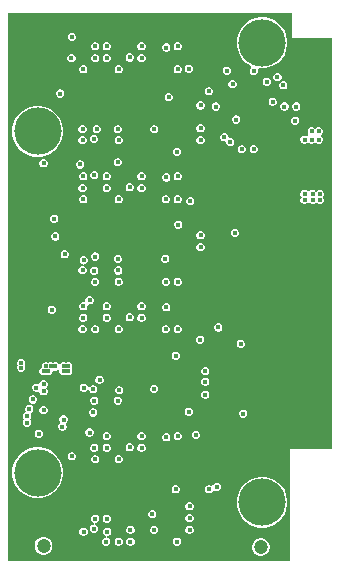
<source format=gbr>
G04*
G04 #@! TF.GenerationSoftware,Altium Limited,Altium Designer,24.9.1 (31)*
G04*
G04 Layer_Physical_Order=2*
G04 Layer_Color=12811406*
%FSLAX44Y44*%
%MOMM*%
G71*
G04*
G04 #@! TF.SameCoordinates,5A5FE6A1-42EB-4B62-8C37-2C097A76047A*
G04*
G04*
G04 #@! TF.FilePolarity,Positive*
G04*
G01*
G75*
%ADD33C,1.2000*%
%ADD34C,4.0000*%
%ADD35C,0.4000*%
G36*
X240000Y443000D02*
X274000D01*
Y95000D01*
X239000D01*
Y0D01*
X0D01*
Y464000D01*
X240000D01*
Y443000D01*
D02*
G37*
%LPC*%
G36*
X54696Y447500D02*
X53304D01*
X52017Y446967D01*
X51033Y445983D01*
X50500Y444696D01*
Y443304D01*
X51033Y442017D01*
X52017Y441033D01*
X53304Y440500D01*
X54696D01*
X55983Y441033D01*
X56967Y442017D01*
X57500Y443304D01*
Y444696D01*
X56967Y445983D01*
X55983Y446967D01*
X54696Y447500D01*
D02*
G37*
G36*
X113696Y439500D02*
X112304D01*
X111017Y438967D01*
X110033Y437983D01*
X109500Y436696D01*
Y435304D01*
X110033Y434017D01*
X111017Y433033D01*
X112304Y432500D01*
X113696D01*
X114983Y433033D01*
X115967Y434017D01*
X116500Y435304D01*
Y436696D01*
X115967Y437983D01*
X114983Y438967D01*
X113696Y439500D01*
D02*
G37*
G36*
X144296Y439500D02*
X142904D01*
X141617Y438967D01*
X140633Y437983D01*
X140100Y436696D01*
Y435304D01*
X140633Y434017D01*
X141617Y433033D01*
X142904Y432500D01*
X144296D01*
X145583Y433033D01*
X146567Y434017D01*
X147100Y435304D01*
Y436696D01*
X146567Y437983D01*
X145583Y438967D01*
X144296Y439500D01*
D02*
G37*
G36*
X84296D02*
X82904D01*
X81617Y438967D01*
X80633Y437983D01*
X80100Y436696D01*
Y435304D01*
X80633Y434017D01*
X81617Y433033D01*
X82904Y432500D01*
X84296D01*
X85583Y433033D01*
X86567Y434017D01*
X87100Y435304D01*
Y436696D01*
X86567Y437983D01*
X85583Y438967D01*
X84296Y439500D01*
D02*
G37*
G36*
X74296D02*
X72904D01*
X71617Y438967D01*
X70633Y437983D01*
X70100Y436696D01*
Y435304D01*
X70633Y434017D01*
X71617Y433033D01*
X72904Y432500D01*
X74296D01*
X75583Y433033D01*
X76567Y434017D01*
X77100Y435304D01*
Y436696D01*
X76567Y437983D01*
X75583Y438967D01*
X74296Y439500D01*
D02*
G37*
G36*
X134696Y438500D02*
X133304D01*
X132017Y437967D01*
X131033Y436983D01*
X130500Y435696D01*
Y434304D01*
X131033Y433017D01*
X132017Y432033D01*
X133304Y431500D01*
X134696D01*
X135983Y432033D01*
X136967Y433017D01*
X137500Y434304D01*
Y435696D01*
X136967Y436983D01*
X135983Y437967D01*
X134696Y438500D01*
D02*
G37*
G36*
X103696Y430100D02*
X102304D01*
X101017Y429567D01*
X100033Y428583D01*
X99500Y427296D01*
Y425904D01*
X100033Y424617D01*
X101017Y423633D01*
X102304Y423100D01*
X103696D01*
X104983Y423633D01*
X105967Y424617D01*
X106500Y425904D01*
Y427296D01*
X105967Y428583D01*
X104983Y429567D01*
X103696Y430100D01*
D02*
G37*
G36*
X113696Y429500D02*
X112304D01*
X111017Y428967D01*
X110033Y427983D01*
X109500Y426696D01*
Y425304D01*
X110033Y424017D01*
X111017Y423033D01*
X112304Y422500D01*
X113696D01*
X114983Y423033D01*
X115967Y424017D01*
X116500Y425304D01*
Y426696D01*
X115967Y427983D01*
X114983Y428967D01*
X113696Y429500D01*
D02*
G37*
G36*
X84296Y429500D02*
X82904D01*
X81617Y428967D01*
X80633Y427983D01*
X80100Y426696D01*
Y425304D01*
X80633Y424017D01*
X81617Y423033D01*
X82904Y422500D01*
X84296D01*
X85583Y423033D01*
X86567Y424017D01*
X87100Y425304D01*
Y426696D01*
X86567Y427983D01*
X85583Y428967D01*
X84296Y429500D01*
D02*
G37*
G36*
X74296D02*
X72904D01*
X71617Y428967D01*
X70633Y427983D01*
X70100Y426696D01*
Y425304D01*
X70633Y424017D01*
X71617Y423033D01*
X72904Y422500D01*
X74296D01*
X75583Y423033D01*
X76567Y424017D01*
X77100Y425304D01*
Y426696D01*
X76567Y427983D01*
X75583Y428967D01*
X74296Y429500D01*
D02*
G37*
G36*
X54296D02*
X52904D01*
X51617Y428967D01*
X50633Y427983D01*
X50100Y426696D01*
Y425304D01*
X50633Y424017D01*
X51617Y423033D01*
X52904Y422500D01*
X54296D01*
X55583Y423033D01*
X56567Y424017D01*
X57100Y425304D01*
Y426696D01*
X56567Y427983D01*
X55583Y428967D01*
X54296Y429500D01*
D02*
G37*
G36*
X217118Y460500D02*
X212882D01*
X208729Y459674D01*
X204816Y458053D01*
X201295Y455700D01*
X198300Y452705D01*
X195947Y449184D01*
X194326Y445271D01*
X193500Y441118D01*
Y436882D01*
X194326Y432729D01*
X195947Y428816D01*
X198300Y425295D01*
X201295Y422300D01*
X204816Y419947D01*
X205847Y419520D01*
X205952Y418564D01*
X205917Y417867D01*
X205033Y416983D01*
X204500Y415696D01*
Y414304D01*
X205033Y413017D01*
X206017Y412033D01*
X207304Y411500D01*
X208696D01*
X209983Y412033D01*
X210967Y413017D01*
X211500Y414304D01*
Y415696D01*
X211252Y416295D01*
X212292Y417617D01*
X212882Y417500D01*
X217118D01*
X221271Y418326D01*
X225184Y419947D01*
X228705Y422300D01*
X231700Y425295D01*
X234053Y428816D01*
X235674Y432729D01*
X236500Y436882D01*
Y441118D01*
X235674Y445271D01*
X234053Y449184D01*
X231700Y452705D01*
X228705Y455700D01*
X225184Y458053D01*
X221271Y459674D01*
X217118Y460500D01*
D02*
G37*
G36*
X153696Y420500D02*
X152304D01*
X151017Y419967D01*
X150033Y418983D01*
X149500Y417696D01*
Y416304D01*
X150033Y415017D01*
X151017Y414033D01*
X152304Y413500D01*
X153696D01*
X154983Y414033D01*
X155967Y415017D01*
X156500Y416304D01*
Y417696D01*
X155967Y418983D01*
X154983Y419967D01*
X153696Y420500D01*
D02*
G37*
G36*
X144296Y420100D02*
X142904D01*
X141617Y419567D01*
X140633Y418583D01*
X140100Y417296D01*
Y415904D01*
X140633Y414617D01*
X141617Y413633D01*
X142904Y413100D01*
X144296D01*
X145583Y413633D01*
X146567Y414617D01*
X147100Y415904D01*
Y417296D01*
X146567Y418583D01*
X145583Y419567D01*
X144296Y420100D01*
D02*
G37*
G36*
X94296D02*
X92904D01*
X91617Y419567D01*
X90633Y418583D01*
X90100Y417296D01*
Y415904D01*
X90633Y414617D01*
X91617Y413633D01*
X92904Y413100D01*
X94296D01*
X95583Y413633D01*
X96567Y414617D01*
X97100Y415904D01*
Y417296D01*
X96567Y418583D01*
X95583Y419567D01*
X94296Y420100D01*
D02*
G37*
G36*
X64296D02*
X62904D01*
X61617Y419567D01*
X60633Y418583D01*
X60100Y417296D01*
Y415904D01*
X60633Y414617D01*
X61617Y413633D01*
X62904Y413100D01*
X64296D01*
X65583Y413633D01*
X66567Y414617D01*
X67100Y415904D01*
Y417296D01*
X66567Y418583D01*
X65583Y419567D01*
X64296Y420100D01*
D02*
G37*
G36*
X186021Y418825D02*
X184629D01*
X183342Y418292D01*
X182358Y417308D01*
X181825Y416021D01*
Y414629D01*
X182358Y413343D01*
X183342Y412358D01*
X184629Y411825D01*
X186021D01*
X187308Y412358D01*
X188292Y413343D01*
X188825Y414629D01*
Y416021D01*
X188292Y417308D01*
X187308Y418292D01*
X186021Y418825D01*
D02*
G37*
G36*
X219696Y409500D02*
X218304D01*
X217017Y408967D01*
X216033Y407983D01*
X215500Y406696D01*
Y405304D01*
X216033Y404017D01*
X217017Y403033D01*
X218304Y402500D01*
X219696D01*
X220983Y403033D01*
X221967Y404017D01*
X222500Y405304D01*
Y406696D01*
X221967Y407983D01*
X220983Y408967D01*
X219696Y409500D01*
D02*
G37*
G36*
X190696Y407500D02*
X189304D01*
X188017Y406967D01*
X187033Y405983D01*
X186500Y404696D01*
Y403304D01*
X187033Y402017D01*
X188017Y401033D01*
X189304Y400500D01*
X190696D01*
X191983Y401033D01*
X192967Y402017D01*
X193500Y403304D01*
Y404696D01*
X192967Y405983D01*
X191983Y406967D01*
X190696Y407500D01*
D02*
G37*
G36*
X228696Y413500D02*
X227304D01*
X226017Y412967D01*
X225033Y411983D01*
X224500Y410696D01*
Y409304D01*
X225033Y408017D01*
X226017Y407033D01*
X227304Y406500D01*
X228696D01*
X229983Y407033D01*
X231008Y405957D01*
X230033Y404983D01*
X229500Y403696D01*
Y402304D01*
X230033Y401017D01*
X231017Y400033D01*
X232304Y399500D01*
X233696D01*
X234983Y400033D01*
X235967Y401017D01*
X236500Y402304D01*
Y403696D01*
X235967Y404983D01*
X234983Y405967D01*
X233696Y406500D01*
X232304D01*
X231017Y405967D01*
X229992Y407043D01*
X230967Y408017D01*
X231500Y409304D01*
Y410696D01*
X230967Y411983D01*
X229983Y412967D01*
X228696Y413500D01*
D02*
G37*
G36*
X170696Y401500D02*
X169304D01*
X168017Y400967D01*
X167033Y399983D01*
X166500Y398696D01*
Y397304D01*
X167033Y396017D01*
X168017Y395033D01*
X169304Y394500D01*
X170696D01*
X171983Y395033D01*
X172967Y396017D01*
X173500Y397304D01*
Y398696D01*
X172967Y399983D01*
X171983Y400967D01*
X170696Y401500D01*
D02*
G37*
G36*
X44696Y399500D02*
X43304D01*
X42017Y398967D01*
X41033Y397983D01*
X40500Y396696D01*
Y395304D01*
X41033Y394017D01*
X42017Y393033D01*
X43304Y392500D01*
X44696D01*
X45983Y393033D01*
X46967Y394017D01*
X47500Y395304D01*
Y396696D01*
X46967Y397983D01*
X45983Y398967D01*
X44696Y399500D01*
D02*
G37*
G36*
X136696Y396500D02*
X135304D01*
X134017Y395967D01*
X133033Y394983D01*
X132500Y393696D01*
Y392304D01*
X133033Y391017D01*
X134017Y390033D01*
X135304Y389500D01*
X136696D01*
X137983Y390033D01*
X138967Y391017D01*
X139500Y392304D01*
Y393696D01*
X138967Y394983D01*
X137983Y395967D01*
X136696Y396500D01*
D02*
G37*
G36*
X224696Y392500D02*
X223304D01*
X222017Y391967D01*
X221033Y390983D01*
X220500Y389696D01*
Y388304D01*
X221033Y387017D01*
X222017Y386033D01*
X223304Y385500D01*
X224696D01*
X225983Y386033D01*
X226967Y387017D01*
X227500Y388304D01*
Y389696D01*
X226967Y390983D01*
X225983Y391967D01*
X224696Y392500D01*
D02*
G37*
G36*
X163696Y389500D02*
X162304D01*
X161017Y388967D01*
X160033Y387983D01*
X159500Y386696D01*
Y385304D01*
X160033Y384017D01*
X161017Y383033D01*
X162304Y382500D01*
X163696D01*
X164983Y383033D01*
X165967Y384017D01*
X166500Y385304D01*
Y386696D01*
X165967Y387983D01*
X164983Y388967D01*
X163696Y389500D01*
D02*
G37*
G36*
X244696Y388500D02*
X243304D01*
X242017Y387967D01*
X241033Y386983D01*
X240500Y385696D01*
Y384304D01*
X241033Y383017D01*
X242017Y382033D01*
X243304Y381500D01*
X244696D01*
X245983Y382033D01*
X246967Y383017D01*
X247500Y384304D01*
Y385696D01*
X246967Y386983D01*
X245983Y387967D01*
X244696Y388500D01*
D02*
G37*
G36*
X234696D02*
X233304D01*
X232017Y387967D01*
X231033Y386983D01*
X230500Y385696D01*
Y384304D01*
X231033Y383017D01*
X232017Y382033D01*
X233304Y381500D01*
X234696D01*
X235983Y382033D01*
X236967Y383017D01*
X237500Y384304D01*
Y385696D01*
X236967Y386983D01*
X235983Y387967D01*
X234696Y388500D01*
D02*
G37*
G36*
X176696D02*
X175304D01*
X174017Y387967D01*
X173033Y386983D01*
X172500Y385696D01*
Y384304D01*
X173033Y383017D01*
X174017Y382033D01*
X175304Y381500D01*
X176696D01*
X177983Y382033D01*
X178967Y383017D01*
X179500Y384304D01*
Y385696D01*
X178967Y386983D01*
X177983Y387967D01*
X176696Y388500D01*
D02*
G37*
G36*
X193696Y377500D02*
X192304D01*
X191017Y376967D01*
X190033Y375983D01*
X189500Y374696D01*
Y373304D01*
X190033Y372017D01*
X191017Y371033D01*
X192304Y370500D01*
X193696D01*
X194983Y371033D01*
X195967Y372017D01*
X196500Y373304D01*
Y374696D01*
X195967Y375983D01*
X194983Y376967D01*
X193696Y377500D01*
D02*
G37*
G36*
X243696Y376500D02*
X242304D01*
X241017Y375967D01*
X240033Y374983D01*
X239500Y373696D01*
Y372304D01*
X240033Y371017D01*
X241017Y370033D01*
X242304Y369500D01*
X243696D01*
X244983Y370033D01*
X245967Y371017D01*
X246500Y372304D01*
Y373696D01*
X245967Y374983D01*
X244983Y375967D01*
X243696Y376500D01*
D02*
G37*
G36*
X263696Y367500D02*
X262304D01*
X261017Y366967D01*
X260980Y366930D01*
X260000Y366013D01*
X259020Y366930D01*
X258983Y366967D01*
X257696Y367500D01*
X256304D01*
X255017Y366967D01*
X254033Y365983D01*
X253500Y364696D01*
Y363304D01*
X254033Y362017D01*
X254332Y361718D01*
X254221Y360094D01*
X253215Y359747D01*
X253020Y359930D01*
X252983Y359967D01*
X251696Y360500D01*
X250304D01*
X249017Y359967D01*
X248033Y358983D01*
X247500Y357696D01*
Y356304D01*
X248033Y355017D01*
X249017Y354033D01*
X250304Y353500D01*
X251696D01*
X252983Y354033D01*
X253020Y354070D01*
X254000Y354987D01*
X254980Y354070D01*
X255017Y354033D01*
X256304Y353500D01*
X257696D01*
X258983Y354033D01*
X259020Y354070D01*
X260000Y354987D01*
X260980Y354070D01*
X261017Y354033D01*
X262304Y353500D01*
X263696D01*
X264983Y354033D01*
X265967Y355017D01*
X266500Y356304D01*
Y357696D01*
X265967Y358983D01*
X265377Y359573D01*
X265127Y360500D01*
X265377Y361427D01*
X265967Y362017D01*
X266500Y363304D01*
Y364696D01*
X265967Y365983D01*
X264983Y366967D01*
X263696Y367500D01*
D02*
G37*
G36*
X163696Y370100D02*
X162304D01*
X161017Y369567D01*
X160033Y368583D01*
X159500Y367296D01*
Y365904D01*
X160033Y364617D01*
X161017Y363633D01*
X162304Y363100D01*
X163696D01*
X164983Y363633D01*
X165967Y364617D01*
X166500Y365904D01*
Y367296D01*
X165967Y368583D01*
X164983Y369567D01*
X163696Y370100D01*
D02*
G37*
G36*
X93696Y369500D02*
X92304D01*
X91017Y368967D01*
X90033Y367983D01*
X89500Y366696D01*
Y365304D01*
X90033Y364017D01*
X91017Y363033D01*
X92304Y362500D01*
X93696D01*
X94983Y363033D01*
X95967Y364017D01*
X96500Y365304D01*
Y366696D01*
X95967Y367983D01*
X94983Y368967D01*
X93696Y369500D01*
D02*
G37*
G36*
X75696D02*
X74304D01*
X73017Y368967D01*
X72033Y367983D01*
X71500Y366696D01*
Y365304D01*
X72033Y364017D01*
X73017Y363033D01*
X74304Y362500D01*
X75696D01*
X76983Y363033D01*
X77967Y364017D01*
X78500Y365304D01*
Y366696D01*
X77967Y367983D01*
X76983Y368967D01*
X75696Y369500D01*
D02*
G37*
G36*
X63696D02*
X62304D01*
X61017Y368967D01*
X60033Y367983D01*
X59500Y366696D01*
Y365304D01*
X60033Y364017D01*
X61017Y363033D01*
X62304Y362500D01*
X63696D01*
X64983Y363033D01*
X65967Y364017D01*
X66500Y365304D01*
Y366696D01*
X65967Y367983D01*
X64983Y368967D01*
X63696Y369500D01*
D02*
G37*
G36*
X124296Y369500D02*
X122904D01*
X121617Y368967D01*
X120633Y367983D01*
X120100Y366696D01*
Y365304D01*
X120633Y364017D01*
X121617Y363033D01*
X122904Y362500D01*
X124296D01*
X125583Y363033D01*
X126567Y364017D01*
X127100Y365304D01*
Y366696D01*
X126567Y367983D01*
X125583Y368967D01*
X124296Y369500D01*
D02*
G37*
G36*
X73296Y361100D02*
X71904D01*
X70617Y360567D01*
X69633Y359583D01*
X69100Y358296D01*
Y356904D01*
X69633Y355617D01*
X70617Y354633D01*
X71904Y354100D01*
X73296D01*
X74583Y354633D01*
X75567Y355617D01*
X76100Y356904D01*
Y358296D01*
X75567Y359583D01*
X74583Y360567D01*
X73296Y361100D01*
D02*
G37*
G36*
X163696Y360100D02*
X162304D01*
X161017Y359567D01*
X160033Y358583D01*
X159500Y357296D01*
Y355904D01*
X160033Y354617D01*
X161017Y353633D01*
X162304Y353100D01*
X163696D01*
X164983Y353633D01*
X165967Y354617D01*
X166500Y355904D01*
Y357296D01*
X165967Y358583D01*
X164983Y359567D01*
X163696Y360100D01*
D02*
G37*
G36*
X63696D02*
X62304D01*
X61017Y359567D01*
X60033Y358583D01*
X59500Y357296D01*
Y355904D01*
X60033Y354617D01*
X61017Y353633D01*
X62304Y353100D01*
X63696D01*
X64983Y353633D01*
X65967Y354617D01*
X66500Y355904D01*
Y357296D01*
X65967Y358583D01*
X64983Y359567D01*
X63696Y360100D01*
D02*
G37*
G36*
X94296Y360100D02*
X92904D01*
X91617Y359567D01*
X90633Y358583D01*
X90100Y357296D01*
Y355904D01*
X90633Y354617D01*
X91617Y353633D01*
X92904Y353100D01*
X94296D01*
X95583Y353633D01*
X96567Y354617D01*
X97100Y355904D01*
Y357296D01*
X96567Y358583D01*
X95583Y359567D01*
X94296Y360100D01*
D02*
G37*
G36*
X183696Y362500D02*
X182304D01*
X181017Y361967D01*
X180033Y360983D01*
X179500Y359696D01*
Y358304D01*
X180033Y357017D01*
X181017Y356033D01*
X182304Y355500D01*
X183696D01*
X184500Y354304D01*
X185033Y353017D01*
X186017Y352033D01*
X187304Y351500D01*
X188696D01*
X189983Y352033D01*
X190967Y353017D01*
X191500Y354304D01*
Y355696D01*
X190967Y356983D01*
X189983Y357967D01*
X188696Y358500D01*
X187304D01*
X186500Y359696D01*
X185967Y360983D01*
X184983Y361967D01*
X183696Y362500D01*
D02*
G37*
G36*
X208696Y352500D02*
X207304D01*
X206017Y351967D01*
X205033Y350983D01*
X204500Y349696D01*
Y348304D01*
X205033Y347017D01*
X206017Y346033D01*
X207304Y345500D01*
X208696D01*
X209983Y346033D01*
X210967Y347017D01*
X211500Y348304D01*
Y349696D01*
X210967Y350983D01*
X209983Y351967D01*
X208696Y352500D01*
D02*
G37*
G36*
X198696D02*
X197304D01*
X196017Y351967D01*
X195033Y350983D01*
X194500Y349696D01*
Y348304D01*
X195033Y347017D01*
X196017Y346033D01*
X197304Y345500D01*
X198696D01*
X199983Y346033D01*
X200967Y347017D01*
X201500Y348304D01*
Y349696D01*
X200967Y350983D01*
X199983Y351967D01*
X198696Y352500D01*
D02*
G37*
G36*
X143696Y350100D02*
X142304D01*
X141017Y349567D01*
X140033Y348583D01*
X139500Y347296D01*
Y345904D01*
X140033Y344617D01*
X141017Y343633D01*
X142304Y343100D01*
X143696D01*
X144983Y343633D01*
X145967Y344617D01*
X146500Y345904D01*
Y347296D01*
X145967Y348583D01*
X144983Y349567D01*
X143696Y350100D01*
D02*
G37*
G36*
X27118Y385500D02*
X22882D01*
X18729Y384674D01*
X14816Y383053D01*
X11295Y380700D01*
X8300Y377705D01*
X5947Y374184D01*
X4326Y370271D01*
X3500Y366118D01*
Y361882D01*
X4326Y357729D01*
X5947Y353816D01*
X8300Y350295D01*
X11295Y347300D01*
X14816Y344947D01*
X18729Y343326D01*
X22882Y342500D01*
X27118D01*
X31271Y343326D01*
X35184Y344947D01*
X38705Y347300D01*
X41700Y350295D01*
X44053Y353816D01*
X45674Y357729D01*
X46500Y361882D01*
Y366118D01*
X45674Y370271D01*
X44053Y374184D01*
X41700Y377705D01*
X38705Y380700D01*
X35184Y383053D01*
X31271Y384674D01*
X27118Y385500D01*
D02*
G37*
G36*
X93696Y341500D02*
X92304D01*
X91017Y340967D01*
X90033Y339983D01*
X89500Y338696D01*
Y337304D01*
X90033Y336017D01*
X91017Y335033D01*
X92304Y334500D01*
X93696D01*
X94983Y335033D01*
X95967Y336017D01*
X96500Y337304D01*
Y338696D01*
X95967Y339983D01*
X94983Y340967D01*
X93696Y341500D01*
D02*
G37*
G36*
X30696Y340500D02*
X29304D01*
X28017Y339967D01*
X27033Y338983D01*
X26500Y337696D01*
Y336304D01*
X27033Y335017D01*
X28017Y334033D01*
X29304Y333500D01*
X30696D01*
X31983Y334033D01*
X32967Y335017D01*
X33500Y336304D01*
Y337696D01*
X32967Y338983D01*
X31983Y339967D01*
X30696Y340500D01*
D02*
G37*
G36*
X61696Y339500D02*
X60304D01*
X59017Y338967D01*
X58033Y337983D01*
X57500Y336696D01*
Y335304D01*
X58033Y334017D01*
X59017Y333033D01*
X60304Y332500D01*
X61696D01*
X62983Y333033D01*
X63967Y334017D01*
X64500Y335304D01*
Y336696D01*
X63967Y337983D01*
X62983Y338967D01*
X61696Y339500D01*
D02*
G37*
G36*
X73696Y330500D02*
X72304D01*
X71017Y329967D01*
X70033Y328983D01*
X69500Y327696D01*
Y326304D01*
X70033Y325017D01*
X71017Y324033D01*
X72304Y323500D01*
X73696D01*
X74983Y324033D01*
X75967Y325017D01*
X76500Y326304D01*
Y327696D01*
X75967Y328983D01*
X74983Y329967D01*
X73696Y330500D01*
D02*
G37*
G36*
X113696Y329500D02*
X112304D01*
X111017Y328967D01*
X110033Y327983D01*
X109500Y326696D01*
Y325304D01*
X110033Y324017D01*
X111017Y323033D01*
X112304Y322500D01*
X113696D01*
X114983Y323033D01*
X115967Y324017D01*
X116500Y325304D01*
Y326696D01*
X115967Y327983D01*
X114983Y328967D01*
X113696Y329500D01*
D02*
G37*
G36*
X144296Y329500D02*
X142904D01*
X141617Y328967D01*
X140633Y327983D01*
X140100Y326696D01*
Y325304D01*
X140633Y324017D01*
X141617Y323033D01*
X142904Y322500D01*
X144296D01*
X145583Y323033D01*
X146567Y324017D01*
X147100Y325304D01*
Y326696D01*
X146567Y327983D01*
X145583Y328967D01*
X144296Y329500D01*
D02*
G37*
G36*
X84296D02*
X82904D01*
X81617Y328967D01*
X80633Y327983D01*
X80100Y326696D01*
Y325304D01*
X80633Y324017D01*
X81617Y323033D01*
X82904Y322500D01*
X84296D01*
X85583Y323033D01*
X86567Y324017D01*
X87100Y325304D01*
Y326696D01*
X86567Y327983D01*
X85583Y328967D01*
X84296Y329500D01*
D02*
G37*
G36*
X64296D02*
X62904D01*
X61617Y328967D01*
X60633Y327983D01*
X60100Y326696D01*
Y325304D01*
X60633Y324017D01*
X61617Y323033D01*
X62904Y322500D01*
X64296D01*
X65583Y323033D01*
X66567Y324017D01*
X67100Y325304D01*
Y326696D01*
X66567Y327983D01*
X65583Y328967D01*
X64296Y329500D01*
D02*
G37*
G36*
X134696Y328500D02*
X133304D01*
X132017Y327967D01*
X131033Y326983D01*
X130500Y325696D01*
Y324304D01*
X131033Y323017D01*
X132017Y322033D01*
X133304Y321500D01*
X134696D01*
X135983Y322033D01*
X136967Y323017D01*
X137500Y324304D01*
Y325696D01*
X136967Y326983D01*
X135983Y327967D01*
X134696Y328500D01*
D02*
G37*
G36*
X103696Y320100D02*
X102304D01*
X101017Y319567D01*
X100033Y318583D01*
X99500Y317296D01*
Y315904D01*
X100033Y314617D01*
X101017Y313633D01*
X102304Y313100D01*
X103696D01*
X104983Y313633D01*
X105967Y314617D01*
X106500Y315904D01*
Y317296D01*
X105967Y318583D01*
X104983Y319567D01*
X103696Y320100D01*
D02*
G37*
G36*
X264696Y314500D02*
X263304D01*
X262017Y313967D01*
X261980Y313930D01*
X261000Y313013D01*
X260020Y313930D01*
X259983Y313967D01*
X258696Y314500D01*
X257304D01*
X256017Y313967D01*
X255427Y313377D01*
X254500Y313127D01*
X253573Y313377D01*
X252983Y313967D01*
X251696Y314500D01*
X250304D01*
X249017Y313967D01*
X248033Y312983D01*
X247500Y311696D01*
Y310304D01*
X248033Y309017D01*
X248550Y308500D01*
X248033Y307983D01*
X247500Y306696D01*
Y305304D01*
X248033Y304017D01*
X249017Y303033D01*
X250304Y302500D01*
X251696D01*
X252983Y303033D01*
X253573Y303623D01*
X254500Y303873D01*
X255427Y303623D01*
X256017Y303033D01*
X257304Y302500D01*
X258696D01*
X259983Y303033D01*
X260020Y303070D01*
X261000Y303987D01*
X261980Y303070D01*
X262017Y303033D01*
X263304Y302500D01*
X264696D01*
X265983Y303033D01*
X266967Y304017D01*
X267500Y305304D01*
Y306696D01*
X266967Y307983D01*
X266450Y308500D01*
X266967Y309017D01*
X267500Y310304D01*
Y311696D01*
X266967Y312983D01*
X265983Y313967D01*
X264696Y314500D01*
D02*
G37*
G36*
X113696Y319500D02*
X112304D01*
X111017Y318967D01*
X110033Y317983D01*
X109500Y316696D01*
Y315304D01*
X110033Y314017D01*
X111017Y313033D01*
X112304Y312500D01*
X113696D01*
X114983Y313033D01*
X115967Y314017D01*
X116500Y315304D01*
Y316696D01*
X115967Y317983D01*
X114983Y318967D01*
X113696Y319500D01*
D02*
G37*
G36*
X63696D02*
X62304D01*
X61017Y318967D01*
X60033Y317983D01*
X59500Y316696D01*
Y315304D01*
X60033Y314017D01*
X61017Y313033D01*
X62304Y312500D01*
X63696D01*
X64983Y313033D01*
X65967Y314017D01*
X66500Y315304D01*
Y316696D01*
X65967Y317983D01*
X64983Y318967D01*
X63696Y319500D01*
D02*
G37*
G36*
X84296Y319500D02*
X82904D01*
X81617Y318967D01*
X80633Y317983D01*
X80100Y316696D01*
Y315304D01*
X80633Y314017D01*
X81617Y313033D01*
X82904Y312500D01*
X84296D01*
X85583Y313033D01*
X86567Y314017D01*
X87100Y315304D01*
Y316696D01*
X86567Y317983D01*
X85583Y318967D01*
X84296Y319500D01*
D02*
G37*
G36*
X144296Y310100D02*
X142904D01*
X141617Y309567D01*
X140633Y308583D01*
X140100Y307296D01*
Y305904D01*
X140633Y304617D01*
X141617Y303633D01*
X142904Y303100D01*
X144296D01*
X145583Y303633D01*
X146567Y304617D01*
X147100Y305904D01*
Y307296D01*
X146567Y308583D01*
X145583Y309567D01*
X144296Y310100D01*
D02*
G37*
G36*
X134296D02*
X132904D01*
X131617Y309567D01*
X130633Y308583D01*
X130100Y307296D01*
Y305904D01*
X130633Y304617D01*
X131617Y303633D01*
X132904Y303100D01*
X134296D01*
X135583Y303633D01*
X136567Y304617D01*
X137100Y305904D01*
Y307296D01*
X136567Y308583D01*
X135583Y309567D01*
X134296Y310100D01*
D02*
G37*
G36*
X94296D02*
X92904D01*
X91617Y309567D01*
X90633Y308583D01*
X90100Y307296D01*
Y305904D01*
X90633Y304617D01*
X91617Y303633D01*
X92904Y303100D01*
X94296D01*
X95583Y303633D01*
X96567Y304617D01*
X97100Y305904D01*
Y307296D01*
X96567Y308583D01*
X95583Y309567D01*
X94296Y310100D01*
D02*
G37*
G36*
X64296D02*
X62904D01*
X61617Y309567D01*
X60633Y308583D01*
X60100Y307296D01*
Y305904D01*
X60633Y304617D01*
X61617Y303633D01*
X62904Y303100D01*
X64296D01*
X65583Y303633D01*
X66567Y304617D01*
X67100Y305904D01*
Y307296D01*
X66567Y308583D01*
X65583Y309567D01*
X64296Y310100D01*
D02*
G37*
G36*
X154996Y308500D02*
X153604D01*
X152317Y307967D01*
X151333Y306983D01*
X150800Y305696D01*
Y304304D01*
X151333Y303017D01*
X152317Y302033D01*
X153604Y301500D01*
X154996D01*
X156283Y302033D01*
X157267Y303017D01*
X157800Y304304D01*
Y305696D01*
X157267Y306983D01*
X156283Y307967D01*
X154996Y308500D01*
D02*
G37*
G36*
X39696Y293500D02*
X38304D01*
X37017Y292967D01*
X36033Y291983D01*
X35500Y290696D01*
Y289304D01*
X36033Y288017D01*
X37017Y287033D01*
X38304Y286500D01*
X39696D01*
X40983Y287033D01*
X41967Y288017D01*
X42500Y289304D01*
Y290696D01*
X41967Y291983D01*
X40983Y292967D01*
X39696Y293500D01*
D02*
G37*
G36*
X144696Y288500D02*
X143304D01*
X142017Y287967D01*
X141033Y286983D01*
X140500Y285696D01*
Y284304D01*
X141033Y283017D01*
X142017Y282033D01*
X143304Y281500D01*
X144696D01*
X145983Y282033D01*
X146967Y283017D01*
X147500Y284304D01*
Y285696D01*
X146967Y286983D01*
X145983Y287967D01*
X144696Y288500D01*
D02*
G37*
G36*
X192696Y281500D02*
X191304D01*
X190017Y280967D01*
X189033Y279983D01*
X188500Y278696D01*
Y277304D01*
X189033Y276017D01*
X190017Y275033D01*
X191304Y274500D01*
X192696D01*
X193983Y275033D01*
X194967Y276017D01*
X195500Y277304D01*
Y278696D01*
X194967Y279983D01*
X193983Y280967D01*
X192696Y281500D01*
D02*
G37*
G36*
X163696Y279500D02*
X162304D01*
X161017Y278967D01*
X160033Y277983D01*
X159500Y276696D01*
Y275304D01*
X160033Y274017D01*
X161017Y273033D01*
X162304Y272500D01*
X163696D01*
X164983Y273033D01*
X165967Y274017D01*
X166500Y275304D01*
Y276696D01*
X165967Y277983D01*
X164983Y278967D01*
X163696Y279500D01*
D02*
G37*
G36*
X40696Y278500D02*
X39304D01*
X38017Y277967D01*
X37033Y276983D01*
X36500Y275696D01*
Y274304D01*
X37033Y273017D01*
X38017Y272033D01*
X39304Y271500D01*
X40696D01*
X41983Y272033D01*
X42967Y273017D01*
X43500Y274304D01*
Y275696D01*
X42967Y276983D01*
X41983Y277967D01*
X40696Y278500D01*
D02*
G37*
G36*
X163696Y269500D02*
X162304D01*
X161017Y268967D01*
X160033Y267983D01*
X159500Y266696D01*
Y265304D01*
X160033Y264017D01*
X161017Y263033D01*
X162304Y262500D01*
X163696D01*
X164983Y263033D01*
X165967Y264017D01*
X166500Y265304D01*
Y266696D01*
X165967Y267983D01*
X164983Y268967D01*
X163696Y269500D01*
D02*
G37*
G36*
X48696Y263500D02*
X47304D01*
X46017Y262967D01*
X45033Y261983D01*
X44500Y260696D01*
Y259304D01*
X45033Y258017D01*
X46017Y257033D01*
X47304Y256500D01*
X48696D01*
X49983Y257033D01*
X50967Y258017D01*
X51500Y259304D01*
Y260696D01*
X50967Y261983D01*
X49983Y262967D01*
X48696Y263500D01*
D02*
G37*
G36*
X74296Y261500D02*
X72904D01*
X71617Y260967D01*
X70633Y259983D01*
X70100Y258696D01*
Y257304D01*
X70633Y256017D01*
X71617Y255033D01*
X72904Y254500D01*
X74296D01*
X75583Y255033D01*
X76567Y256017D01*
X77100Y257304D01*
Y258696D01*
X76567Y259983D01*
X75583Y260967D01*
X74296Y261500D01*
D02*
G37*
G36*
X133696Y259500D02*
X132304D01*
X131017Y258967D01*
X130033Y257983D01*
X129500Y256696D01*
Y255304D01*
X130033Y254017D01*
X131017Y253033D01*
X132304Y252500D01*
X133696D01*
X134983Y253033D01*
X135967Y254017D01*
X136500Y255304D01*
Y256696D01*
X135967Y257983D01*
X134983Y258967D01*
X133696Y259500D01*
D02*
G37*
G36*
X93696D02*
X92304D01*
X91017Y258967D01*
X90033Y257983D01*
X89500Y256696D01*
Y255304D01*
X90033Y254017D01*
X91017Y253033D01*
X92304Y252500D01*
X93696D01*
X94983Y253033D01*
X95967Y254017D01*
X96500Y255304D01*
Y256696D01*
X95967Y257983D01*
X94983Y258967D01*
X93696Y259500D01*
D02*
G37*
G36*
X64696Y258500D02*
X63304D01*
X62017Y257967D01*
X61033Y256983D01*
X60500Y255696D01*
Y254304D01*
X61033Y253017D01*
X62017Y252033D01*
X63304Y251500D01*
X63062Y250100D01*
X62304Y250100D01*
X61017Y249567D01*
X60033Y248583D01*
X59500Y247296D01*
Y245904D01*
X60033Y244617D01*
X61017Y243633D01*
X62304Y243100D01*
X63696D01*
X64983Y243633D01*
X65967Y244617D01*
X66500Y245904D01*
Y247296D01*
X65967Y248583D01*
X64983Y249567D01*
X63696Y250100D01*
X63938Y251500D01*
X64696Y251500D01*
X65983Y252033D01*
X66967Y253017D01*
X67500Y254304D01*
Y255696D01*
X66967Y256983D01*
X65983Y257967D01*
X64696Y258500D01*
D02*
G37*
G36*
X93952Y249756D02*
X92559D01*
X91273Y249223D01*
X90288Y248238D01*
X89756Y246952D01*
Y245559D01*
X90288Y244273D01*
X91273Y243288D01*
X92559Y242756D01*
X93952D01*
X95238Y243288D01*
X96223Y244273D01*
X96756Y245559D01*
Y246952D01*
X96223Y248238D01*
X95238Y249223D01*
X93952Y249756D01*
D02*
G37*
G36*
X73696Y249500D02*
X72304D01*
X71017Y248967D01*
X70033Y247983D01*
X69500Y246696D01*
Y245304D01*
X70033Y244017D01*
X71017Y243033D01*
X72304Y242500D01*
X73696D01*
X74983Y243033D01*
X75967Y244017D01*
X76500Y245304D01*
Y246696D01*
X75967Y247983D01*
X74983Y248967D01*
X73696Y249500D01*
D02*
G37*
G36*
X144296Y240100D02*
X142904D01*
X141617Y239567D01*
X140633Y238583D01*
X140100Y237296D01*
Y235904D01*
X140633Y234617D01*
X141617Y233633D01*
X142904Y233100D01*
X144296D01*
X145583Y233633D01*
X146567Y234617D01*
X147100Y235904D01*
Y237296D01*
X146567Y238583D01*
X145583Y239567D01*
X144296Y240100D01*
D02*
G37*
G36*
X134296D02*
X132904D01*
X131617Y239567D01*
X130633Y238583D01*
X130100Y237296D01*
Y235904D01*
X130633Y234617D01*
X131617Y233633D01*
X132904Y233100D01*
X134296D01*
X135583Y233633D01*
X136567Y234617D01*
X137100Y235904D01*
Y237296D01*
X136567Y238583D01*
X135583Y239567D01*
X134296Y240100D01*
D02*
G37*
G36*
X94296D02*
X92904D01*
X91617Y239567D01*
X90633Y238583D01*
X90100Y237296D01*
Y235904D01*
X90633Y234617D01*
X91617Y233633D01*
X92904Y233100D01*
X94296D01*
X95583Y233633D01*
X96567Y234617D01*
X97100Y235904D01*
Y237296D01*
X96567Y238583D01*
X95583Y239567D01*
X94296Y240100D01*
D02*
G37*
G36*
X74296D02*
X72904D01*
X71617Y239567D01*
X70633Y238583D01*
X70100Y237296D01*
Y235904D01*
X70633Y234617D01*
X71617Y233633D01*
X72904Y233100D01*
X74296D01*
X75583Y233633D01*
X76567Y234617D01*
X77100Y235904D01*
Y237296D01*
X76567Y238583D01*
X75583Y239567D01*
X74296Y240100D01*
D02*
G37*
G36*
X113696Y219500D02*
X112304D01*
X111017Y218967D01*
X110033Y217983D01*
X109500Y216696D01*
Y215304D01*
X110033Y214017D01*
X111017Y213033D01*
X112304Y212500D01*
X113696D01*
X114983Y213033D01*
X115967Y214017D01*
X116500Y215304D01*
Y216696D01*
X115967Y217983D01*
X114983Y218967D01*
X113696Y219500D01*
D02*
G37*
G36*
X84296Y219500D02*
X82904D01*
X81617Y218967D01*
X80633Y217983D01*
X80100Y216696D01*
Y215304D01*
X80633Y214017D01*
X81617Y213033D01*
X82904Y212500D01*
X84296D01*
X85583Y213033D01*
X86567Y214017D01*
X87100Y215304D01*
Y216696D01*
X86567Y217983D01*
X85583Y218967D01*
X84296Y219500D01*
D02*
G37*
G36*
X69696Y224500D02*
X68304D01*
X67017Y223967D01*
X66033Y222983D01*
X65500Y221696D01*
Y220625D01*
X64491Y219630D01*
X64296Y219500D01*
X62904D01*
X61617Y218967D01*
X60633Y217983D01*
X60100Y216696D01*
Y215304D01*
X60633Y214017D01*
X61617Y213033D01*
X62904Y212500D01*
X64296D01*
X65583Y213033D01*
X66567Y214017D01*
X67100Y215304D01*
Y216375D01*
X68109Y217370D01*
X68304Y217500D01*
X69696D01*
X70983Y218033D01*
X71967Y219017D01*
X72500Y220304D01*
Y221696D01*
X71967Y222983D01*
X70983Y223967D01*
X69696Y224500D01*
D02*
G37*
G36*
X134696Y218500D02*
X133304D01*
X132017Y217967D01*
X131033Y216983D01*
X130500Y215696D01*
Y214304D01*
X131033Y213017D01*
X132017Y212033D01*
X133304Y211500D01*
X134696D01*
X135983Y212033D01*
X136967Y213017D01*
X137500Y214304D01*
Y215696D01*
X136967Y216983D01*
X135983Y217967D01*
X134696Y218500D01*
D02*
G37*
G36*
X37696Y216500D02*
X36304D01*
X35017Y215967D01*
X34033Y214983D01*
X33500Y213696D01*
Y212304D01*
X34033Y211017D01*
X35017Y210033D01*
X36304Y209500D01*
X37696D01*
X38983Y210033D01*
X39967Y211017D01*
X40500Y212304D01*
Y213696D01*
X39967Y214983D01*
X38983Y215967D01*
X37696Y216500D01*
D02*
G37*
G36*
X103696Y210100D02*
X102304D01*
X101017Y209567D01*
X100033Y208583D01*
X99500Y207296D01*
Y205904D01*
X100033Y204617D01*
X101017Y203633D01*
X102304Y203100D01*
X103696D01*
X104983Y203633D01*
X105967Y204617D01*
X106500Y205904D01*
Y207296D01*
X105967Y208583D01*
X104983Y209567D01*
X103696Y210100D01*
D02*
G37*
G36*
X113696Y209500D02*
X112304D01*
X111017Y208967D01*
X110033Y207983D01*
X109500Y206696D01*
Y205304D01*
X110033Y204017D01*
X111017Y203033D01*
X112304Y202500D01*
X113696D01*
X114983Y203033D01*
X115967Y204017D01*
X116500Y205304D01*
Y206696D01*
X115967Y207983D01*
X114983Y208967D01*
X113696Y209500D01*
D02*
G37*
G36*
X84296Y209500D02*
X82904D01*
X81617Y208967D01*
X80633Y207983D01*
X80100Y206696D01*
Y205304D01*
X80633Y204017D01*
X81617Y203033D01*
X82904Y202500D01*
X84296D01*
X85583Y203033D01*
X86567Y204017D01*
X87100Y205304D01*
Y206696D01*
X86567Y207983D01*
X85583Y208967D01*
X84296Y209500D01*
D02*
G37*
G36*
X64296D02*
X62904D01*
X61617Y208967D01*
X60633Y207983D01*
X60100Y206696D01*
Y205304D01*
X60633Y204017D01*
X61617Y203033D01*
X62904Y202500D01*
X64296D01*
X65583Y203033D01*
X66567Y204017D01*
X67100Y205304D01*
Y206696D01*
X66567Y207983D01*
X65583Y208967D01*
X64296Y209500D01*
D02*
G37*
G36*
X178696Y201500D02*
X177304D01*
X176017Y200967D01*
X175033Y199983D01*
X174500Y198696D01*
Y197304D01*
X175033Y196017D01*
X176017Y195033D01*
X177304Y194500D01*
X178696D01*
X179983Y195033D01*
X180967Y196017D01*
X181500Y197304D01*
Y198696D01*
X180967Y199983D01*
X179983Y200967D01*
X178696Y201500D01*
D02*
G37*
G36*
X63696Y200100D02*
X62304D01*
X61017Y199567D01*
X60033Y198583D01*
X59500Y197296D01*
Y195904D01*
X60033Y194617D01*
X61017Y193633D01*
X62304Y193100D01*
X63696D01*
X64983Y193633D01*
X65967Y194617D01*
X66500Y195904D01*
Y197296D01*
X65967Y198583D01*
X64983Y199567D01*
X63696Y200100D01*
D02*
G37*
G36*
X144296Y200100D02*
X142904D01*
X141617Y199567D01*
X140633Y198583D01*
X140100Y197296D01*
Y195904D01*
X140633Y194617D01*
X141617Y193633D01*
X142904Y193100D01*
X144296D01*
X145583Y193633D01*
X146567Y194617D01*
X147100Y195904D01*
Y197296D01*
X146567Y198583D01*
X145583Y199567D01*
X144296Y200100D01*
D02*
G37*
G36*
X134296D02*
X132904D01*
X131617Y199567D01*
X130633Y198583D01*
X130100Y197296D01*
Y195904D01*
X130633Y194617D01*
X131617Y193633D01*
X132904Y193100D01*
X134296D01*
X135583Y193633D01*
X136567Y194617D01*
X137100Y195904D01*
Y197296D01*
X136567Y198583D01*
X135583Y199567D01*
X134296Y200100D01*
D02*
G37*
G36*
X94296D02*
X92904D01*
X91617Y199567D01*
X90633Y198583D01*
X90100Y197296D01*
Y195904D01*
X90633Y194617D01*
X91617Y193633D01*
X92904Y193100D01*
X94296D01*
X95583Y193633D01*
X96567Y194617D01*
X97100Y195904D01*
Y197296D01*
X96567Y198583D01*
X95583Y199567D01*
X94296Y200100D01*
D02*
G37*
G36*
X74296D02*
X72904D01*
X71617Y199567D01*
X70633Y198583D01*
X70100Y197296D01*
Y195904D01*
X70633Y194617D01*
X71617Y193633D01*
X72904Y193100D01*
X74296D01*
X75583Y193633D01*
X76567Y194617D01*
X77100Y195904D01*
Y197296D01*
X76567Y198583D01*
X75583Y199567D01*
X74296Y200100D01*
D02*
G37*
G36*
X163296Y191100D02*
X161904D01*
X160617Y190567D01*
X159633Y189583D01*
X159100Y188296D01*
Y186904D01*
X159633Y185617D01*
X160617Y184633D01*
X161904Y184100D01*
X163296D01*
X164583Y184633D01*
X165567Y185617D01*
X166100Y186904D01*
Y188296D01*
X165567Y189583D01*
X164583Y190567D01*
X163296Y191100D01*
D02*
G37*
G36*
X197696Y187500D02*
X196304D01*
X195017Y186967D01*
X194033Y185983D01*
X193500Y184696D01*
Y183304D01*
X194033Y182017D01*
X195017Y181033D01*
X196304Y180500D01*
X197696D01*
X198983Y181033D01*
X199967Y182017D01*
X200500Y183304D01*
Y184696D01*
X199967Y185983D01*
X198983Y186967D01*
X197696Y187500D01*
D02*
G37*
G36*
X142696Y177500D02*
X141304D01*
X140017Y176967D01*
X139033Y175983D01*
X138500Y174696D01*
Y173304D01*
X139033Y172017D01*
X140017Y171033D01*
X141304Y170500D01*
X142696D01*
X143983Y171033D01*
X144967Y172017D01*
X145500Y173304D01*
Y174696D01*
X144967Y175983D01*
X143983Y176967D01*
X142696Y177500D01*
D02*
G37*
G36*
X51696Y168500D02*
X50304D01*
X49017Y167967D01*
X49000Y167950D01*
X48983Y167967D01*
X47696Y168500D01*
X46304D01*
X45017Y167967D01*
X44427Y167377D01*
X43500Y167127D01*
X42573Y167377D01*
X41983Y167967D01*
X40696Y168500D01*
X39304D01*
X38017Y167967D01*
X38000Y167950D01*
X37983Y167967D01*
X36696Y168500D01*
X35304D01*
X34017Y167967D01*
X34000Y167950D01*
X33983Y167967D01*
X32696Y168500D01*
X31304D01*
X30017Y167967D01*
X29033Y166983D01*
X28500Y165696D01*
Y164304D01*
X28548Y164187D01*
X28017Y163967D01*
X27033Y162983D01*
X26500Y161696D01*
Y160304D01*
X27033Y159017D01*
X28017Y158033D01*
X29304Y157500D01*
X30696D01*
X31983Y158033D01*
X32000Y158050D01*
X32017Y158033D01*
X33304Y157500D01*
X34696D01*
X35983Y158033D01*
X36967Y159017D01*
X37500Y160304D01*
Y160624D01*
X39000Y161626D01*
X39304Y161500D01*
X40696D01*
X41983Y162033D01*
X42114Y162164D01*
X42757Y161947D01*
X43500Y161429D01*
Y160304D01*
X44033Y159017D01*
X45017Y158033D01*
X46304Y157500D01*
X47696D01*
X48983Y158033D01*
X49000Y158050D01*
X49017Y158033D01*
X50304Y157500D01*
X51696D01*
X52983Y158033D01*
X53967Y159017D01*
X54500Y160304D01*
Y161696D01*
X53967Y162983D01*
X53950Y163000D01*
X53967Y163017D01*
X54500Y164304D01*
Y165696D01*
X53967Y166983D01*
X52983Y167967D01*
X51696Y168500D01*
D02*
G37*
G36*
X11696Y171500D02*
X10304D01*
X9017Y170967D01*
X8033Y169983D01*
X7500Y168696D01*
Y167304D01*
X8033Y166017D01*
X8050Y166000D01*
X8033Y165983D01*
X7500Y164696D01*
Y163304D01*
X8033Y162017D01*
X9017Y161033D01*
X10304Y160500D01*
X11696D01*
X12983Y161033D01*
X13967Y162017D01*
X14500Y163304D01*
Y164696D01*
X13967Y165983D01*
X13950Y166000D01*
X13967Y166017D01*
X14500Y167304D01*
Y168696D01*
X13967Y169983D01*
X12983Y170967D01*
X11696Y171500D01*
D02*
G37*
G36*
X167696Y164500D02*
X166304D01*
X165017Y163967D01*
X164033Y162983D01*
X163500Y161696D01*
Y160304D01*
X164033Y159017D01*
X165017Y158033D01*
X166304Y157500D01*
X167696D01*
X168983Y158033D01*
X169967Y159017D01*
X170500Y160304D01*
Y161696D01*
X169967Y162983D01*
X168983Y163967D01*
X167696Y164500D01*
D02*
G37*
G36*
X30696Y153500D02*
X29304D01*
X28017Y152967D01*
X27033Y151983D01*
X26697Y151171D01*
X26403Y150675D01*
X25000Y150374D01*
X24696Y150500D01*
X23304D01*
X22017Y149967D01*
X21033Y148983D01*
X20500Y147696D01*
Y146304D01*
X21033Y145017D01*
X22017Y144033D01*
X23304Y143500D01*
X24696D01*
X25000Y143626D01*
X26403Y143325D01*
X26697Y142829D01*
X27033Y142017D01*
X28017Y141033D01*
X29304Y140500D01*
X30696D01*
X31983Y141033D01*
X32967Y142017D01*
X33500Y143304D01*
Y144696D01*
X32967Y145983D01*
X32930Y146020D01*
X32013Y147000D01*
X32930Y147980D01*
X32967Y148017D01*
X33500Y149304D01*
Y150696D01*
X32967Y151983D01*
X31983Y152967D01*
X30696Y153500D01*
D02*
G37*
G36*
X78196Y157000D02*
X76804D01*
X75517Y156467D01*
X74533Y155483D01*
X74000Y154196D01*
Y152804D01*
X74533Y151517D01*
X75517Y150533D01*
X76804Y150000D01*
X78196D01*
X79483Y150533D01*
X80467Y151517D01*
X81000Y152804D01*
Y154196D01*
X80467Y155483D01*
X79483Y156467D01*
X78196Y157000D01*
D02*
G37*
G36*
X167696Y155500D02*
X166304D01*
X165017Y154967D01*
X164033Y153983D01*
X163500Y152696D01*
Y151304D01*
X164033Y150017D01*
X165017Y149033D01*
X166304Y148500D01*
X167696D01*
X168983Y149033D01*
X169967Y150017D01*
X170500Y151304D01*
Y152696D01*
X169967Y153983D01*
X168983Y154967D01*
X167696Y155500D01*
D02*
G37*
G36*
X124296Y149500D02*
X122904D01*
X121617Y148967D01*
X120633Y147983D01*
X120100Y146696D01*
Y145304D01*
X120633Y144017D01*
X121617Y143033D01*
X122904Y142500D01*
X124296D01*
X125583Y143033D01*
X126567Y144017D01*
X127100Y145304D01*
Y146696D01*
X126567Y147983D01*
X125583Y148967D01*
X124296Y149500D01*
D02*
G37*
G36*
X64696Y150500D02*
X63304D01*
X62017Y149967D01*
X61033Y148983D01*
X60500Y147696D01*
Y146304D01*
X61033Y145017D01*
X62017Y144033D01*
X63304Y143500D01*
X64696D01*
X65983Y144033D01*
X66967Y145017D01*
X67000Y145097D01*
X68316Y144928D01*
X68522Y144851D01*
X69033Y143617D01*
X70017Y142633D01*
X71304Y142100D01*
X72696D01*
X73983Y142633D01*
X74967Y143617D01*
X75500Y144904D01*
Y146296D01*
X74967Y147583D01*
X73983Y148567D01*
X72696Y149100D01*
X71304D01*
X70017Y148567D01*
X69033Y147583D01*
X69000Y147503D01*
X67684Y147673D01*
X67478Y147749D01*
X66967Y148983D01*
X65983Y149967D01*
X64696Y150500D01*
D02*
G37*
G36*
X94696Y148500D02*
X93304D01*
X92017Y147967D01*
X91033Y146983D01*
X90500Y145696D01*
Y144304D01*
X91033Y143017D01*
X92017Y142033D01*
X93304Y141500D01*
X94696D01*
X95983Y142033D01*
X96967Y143017D01*
X97500Y144304D01*
Y145696D01*
X96967Y146983D01*
X95983Y147967D01*
X94696Y148500D01*
D02*
G37*
G36*
X167696Y144500D02*
X166304D01*
X165017Y143967D01*
X164033Y142983D01*
X163500Y141696D01*
Y140304D01*
X164033Y139017D01*
X165017Y138033D01*
X166304Y137500D01*
X167696D01*
X168983Y138033D01*
X169967Y139017D01*
X170500Y140304D01*
Y141696D01*
X169967Y142983D01*
X168983Y143967D01*
X167696Y144500D01*
D02*
G37*
G36*
X21696Y140500D02*
X20304D01*
X19017Y139967D01*
X18033Y138983D01*
X17500Y137696D01*
Y136304D01*
X18033Y135017D01*
X19017Y134033D01*
X20304Y133500D01*
X21696D01*
X22983Y134033D01*
X23967Y135017D01*
X24500Y136304D01*
Y137696D01*
X23967Y138983D01*
X22983Y139967D01*
X21696Y140500D01*
D02*
G37*
G36*
X93696Y139500D02*
X92304D01*
X91017Y138967D01*
X90033Y137983D01*
X89500Y136696D01*
Y135304D01*
X90033Y134017D01*
X91017Y133033D01*
X92304Y132500D01*
X93696D01*
X94983Y133033D01*
X95967Y134017D01*
X96500Y135304D01*
Y136696D01*
X95967Y137983D01*
X94983Y138967D01*
X93696Y139500D01*
D02*
G37*
G36*
X73696Y139500D02*
X72304D01*
X71017Y138967D01*
X70033Y137983D01*
X69500Y136696D01*
Y135304D01*
X70033Y134017D01*
X71017Y133033D01*
X72304Y132500D01*
X73696D01*
X74983Y133033D01*
X75967Y134017D01*
X76500Y135304D01*
Y136696D01*
X75967Y137983D01*
X74983Y138967D01*
X73696Y139500D01*
D02*
G37*
G36*
X30696Y131500D02*
X29304D01*
X28017Y130967D01*
X27033Y129983D01*
X26500Y128696D01*
Y127304D01*
X27033Y126017D01*
X28017Y125033D01*
X29304Y124500D01*
X30696D01*
X31983Y125033D01*
X32967Y126017D01*
X33500Y127304D01*
Y128696D01*
X32967Y129983D01*
X31983Y130967D01*
X30696Y131500D01*
D02*
G37*
G36*
X153696Y130100D02*
X152304D01*
X151017Y129567D01*
X150033Y128583D01*
X149500Y127296D01*
Y125904D01*
X150033Y124617D01*
X151017Y123633D01*
X152304Y123100D01*
X153696D01*
X154983Y123633D01*
X155967Y124617D01*
X156500Y125904D01*
Y127296D01*
X155967Y128583D01*
X154983Y129567D01*
X153696Y130100D01*
D02*
G37*
G36*
X72696Y129500D02*
X71304D01*
X70017Y128967D01*
X69033Y127983D01*
X68500Y126696D01*
Y125304D01*
X69033Y124017D01*
X70017Y123033D01*
X71304Y122500D01*
X72696D01*
X73983Y123033D01*
X74967Y124017D01*
X75500Y125304D01*
Y126696D01*
X74967Y127983D01*
X73983Y128967D01*
X72696Y129500D01*
D02*
G37*
G36*
X199696Y128500D02*
X198304D01*
X197017Y127967D01*
X196033Y126983D01*
X195500Y125696D01*
Y124304D01*
X196033Y123017D01*
X197017Y122033D01*
X198304Y121500D01*
X199696D01*
X200983Y122033D01*
X201967Y123017D01*
X202500Y124304D01*
Y125696D01*
X201967Y126983D01*
X200983Y127967D01*
X199696Y128500D01*
D02*
G37*
G36*
X18696Y132500D02*
X17304D01*
X16017Y131967D01*
X15033Y130983D01*
X14500Y129696D01*
Y128304D01*
X15033Y127017D01*
X14017Y125967D01*
X13033Y124983D01*
X12500Y123696D01*
Y122304D01*
X13033Y121017D01*
X13800Y120250D01*
X13033Y119483D01*
X12500Y118196D01*
Y116804D01*
X13033Y115517D01*
X14017Y114533D01*
X15304Y114000D01*
X16696D01*
X17983Y114533D01*
X18967Y115517D01*
X19500Y116804D01*
Y118196D01*
X18967Y119483D01*
X18200Y120250D01*
X18967Y121017D01*
X19500Y122304D01*
Y123696D01*
X18967Y124983D01*
X19983Y126033D01*
X20967Y127017D01*
X21500Y128304D01*
Y129696D01*
X20967Y130983D01*
X19983Y131967D01*
X18696Y132500D01*
D02*
G37*
G36*
X47696Y123500D02*
X46304D01*
X45017Y122967D01*
X44033Y121983D01*
X43500Y120696D01*
Y119304D01*
X43828Y118512D01*
X44017Y116967D01*
X43033Y115983D01*
X42500Y114696D01*
Y113304D01*
X43033Y112017D01*
X44017Y111033D01*
X45304Y110500D01*
X46696D01*
X47983Y111033D01*
X48967Y112017D01*
X49500Y113304D01*
Y114696D01*
X49172Y115488D01*
X48983Y117033D01*
X49967Y118017D01*
X50500Y119304D01*
Y120696D01*
X49967Y121983D01*
X48983Y122967D01*
X47696Y123500D01*
D02*
G37*
G36*
X69696Y112500D02*
X68304D01*
X67017Y111967D01*
X66033Y110983D01*
X65500Y109696D01*
Y108304D01*
X66033Y107017D01*
X67017Y106033D01*
X68304Y105500D01*
X69696D01*
X70983Y106033D01*
X71967Y107017D01*
X72500Y108304D01*
Y109696D01*
X71967Y110983D01*
X70983Y111967D01*
X69696Y112500D01*
D02*
G37*
G36*
X26696Y111500D02*
X25304D01*
X24017Y110967D01*
X23033Y109983D01*
X22500Y108696D01*
Y107304D01*
X23033Y106017D01*
X24017Y105033D01*
X25304Y104500D01*
X26696D01*
X27983Y105033D01*
X28967Y106017D01*
X29500Y107304D01*
Y108696D01*
X28967Y109983D01*
X27983Y110967D01*
X26696Y111500D01*
D02*
G37*
G36*
X159696Y110500D02*
X158304D01*
X157017Y109967D01*
X156033Y108983D01*
X155500Y107696D01*
Y106304D01*
X156033Y105017D01*
X157017Y104033D01*
X158304Y103500D01*
X159696D01*
X160983Y104033D01*
X161967Y105017D01*
X162500Y106304D01*
Y107696D01*
X161967Y108983D01*
X160983Y109967D01*
X159696Y110500D01*
D02*
G37*
G36*
X113696Y109500D02*
X112304D01*
X111017Y108967D01*
X110033Y107983D01*
X109500Y106696D01*
Y105304D01*
X110033Y104017D01*
X111017Y103033D01*
X112304Y102500D01*
X113696D01*
X114983Y103033D01*
X115967Y104017D01*
X116500Y105304D01*
Y106696D01*
X115967Y107983D01*
X114983Y108967D01*
X113696Y109500D01*
D02*
G37*
G36*
X144296Y109500D02*
X142904D01*
X141617Y108967D01*
X140633Y107983D01*
X140100Y106696D01*
Y105304D01*
X140633Y104017D01*
X141617Y103033D01*
X142904Y102500D01*
X144296D01*
X145583Y103033D01*
X146567Y104017D01*
X147100Y105304D01*
Y106696D01*
X146567Y107983D01*
X145583Y108967D01*
X144296Y109500D01*
D02*
G37*
G36*
X84296D02*
X82904D01*
X81617Y108967D01*
X80633Y107983D01*
X80100Y106696D01*
Y105304D01*
X80633Y104017D01*
X81617Y103033D01*
X82904Y102500D01*
X84296D01*
X85583Y103033D01*
X86567Y104017D01*
X87100Y105304D01*
Y106696D01*
X86567Y107983D01*
X85583Y108967D01*
X84296Y109500D01*
D02*
G37*
G36*
X134696Y108500D02*
X133304D01*
X132017Y107967D01*
X131033Y106983D01*
X130500Y105696D01*
Y104304D01*
X131033Y103017D01*
X132017Y102033D01*
X133304Y101500D01*
X134696D01*
X135983Y102033D01*
X136967Y103017D01*
X137500Y104304D01*
Y105696D01*
X136967Y106983D01*
X135983Y107967D01*
X134696Y108500D01*
D02*
G37*
G36*
X103696Y100100D02*
X102304D01*
X101017Y99567D01*
X100033Y98583D01*
X99500Y97296D01*
Y95904D01*
X100033Y94617D01*
X101017Y93633D01*
X102304Y93100D01*
X103696D01*
X104983Y93633D01*
X105967Y94617D01*
X106500Y95904D01*
Y97296D01*
X105967Y98583D01*
X104983Y99567D01*
X103696Y100100D01*
D02*
G37*
G36*
X113696Y99500D02*
X112304D01*
X111017Y98967D01*
X110033Y97983D01*
X109500Y96696D01*
Y95304D01*
X110033Y94017D01*
X111017Y93033D01*
X112304Y92500D01*
X113696D01*
X114983Y93033D01*
X115967Y94017D01*
X116500Y95304D01*
Y96696D01*
X115967Y97983D01*
X114983Y98967D01*
X113696Y99500D01*
D02*
G37*
G36*
X73696D02*
X72304D01*
X71017Y98967D01*
X70033Y97983D01*
X69500Y96696D01*
Y95304D01*
X70033Y94017D01*
X71017Y93033D01*
X72304Y92500D01*
X73696D01*
X74983Y93033D01*
X75967Y94017D01*
X76500Y95304D01*
Y96696D01*
X75967Y97983D01*
X74983Y98967D01*
X73696Y99500D01*
D02*
G37*
G36*
X84296Y99500D02*
X82904D01*
X81617Y98967D01*
X80633Y97983D01*
X80100Y96696D01*
Y95304D01*
X80633Y94017D01*
X81617Y93033D01*
X82904Y92500D01*
X84296D01*
X85583Y93033D01*
X86567Y94017D01*
X87100Y95304D01*
Y96696D01*
X86567Y97983D01*
X85583Y98967D01*
X84296Y99500D01*
D02*
G37*
G36*
X54696Y92500D02*
X53304D01*
X52017Y91967D01*
X51033Y90983D01*
X50500Y89696D01*
Y88304D01*
X51033Y87017D01*
X52017Y86033D01*
X53304Y85500D01*
X54696D01*
X55983Y86033D01*
X56967Y87017D01*
X57500Y88304D01*
Y89696D01*
X56967Y90983D01*
X55983Y91967D01*
X54696Y92500D01*
D02*
G37*
G36*
X94296Y90100D02*
X92904D01*
X91617Y89567D01*
X90633Y88583D01*
X90100Y87296D01*
Y85904D01*
X90633Y84617D01*
X91617Y83633D01*
X92904Y83100D01*
X94296D01*
X95583Y83633D01*
X96567Y84617D01*
X97100Y85904D01*
Y87296D01*
X96567Y88583D01*
X95583Y89567D01*
X94296Y90100D01*
D02*
G37*
G36*
X74296D02*
X72904D01*
X71617Y89567D01*
X70633Y88583D01*
X70100Y87296D01*
Y85904D01*
X70633Y84617D01*
X71617Y83633D01*
X72904Y83100D01*
X74296D01*
X75583Y83633D01*
X76567Y84617D01*
X77100Y85904D01*
Y87296D01*
X76567Y88583D01*
X75583Y89567D01*
X74296Y90100D01*
D02*
G37*
G36*
X177696Y66500D02*
X176304D01*
X175017Y65967D01*
X174033Y64983D01*
X173756Y64315D01*
X172198Y63860D01*
X172074Y63875D01*
X171983Y63967D01*
X170696Y64500D01*
X169304D01*
X168017Y63967D01*
X167033Y62983D01*
X166500Y61696D01*
Y60304D01*
X167033Y59017D01*
X168017Y58033D01*
X169304Y57500D01*
X170696D01*
X171983Y58033D01*
X172967Y59017D01*
X173244Y59685D01*
X174802Y60140D01*
X174926Y60125D01*
X175017Y60033D01*
X176304Y59500D01*
X177696D01*
X178983Y60033D01*
X179967Y61017D01*
X180500Y62304D01*
Y63696D01*
X179967Y64983D01*
X178983Y65967D01*
X177696Y66500D01*
D02*
G37*
G36*
X142696Y64500D02*
X141304D01*
X140017Y63967D01*
X139033Y62983D01*
X138500Y61696D01*
Y60304D01*
X139033Y59017D01*
X140017Y58033D01*
X141304Y57500D01*
X142696D01*
X143983Y58033D01*
X144967Y59017D01*
X145500Y60304D01*
Y61696D01*
X144967Y62983D01*
X143983Y63967D01*
X142696Y64500D01*
D02*
G37*
G36*
X27118Y96500D02*
X22882D01*
X18729Y95674D01*
X14816Y94053D01*
X11295Y91700D01*
X8300Y88705D01*
X5947Y85184D01*
X4326Y81271D01*
X3500Y77118D01*
Y72882D01*
X4326Y68729D01*
X5947Y64816D01*
X8300Y61295D01*
X11295Y58300D01*
X14816Y55947D01*
X18729Y54326D01*
X22882Y53500D01*
X27118D01*
X31271Y54326D01*
X35184Y55947D01*
X38705Y58300D01*
X41700Y61295D01*
X44053Y64816D01*
X45674Y68729D01*
X46500Y72882D01*
Y77118D01*
X45674Y81271D01*
X44053Y85184D01*
X41700Y88705D01*
X38705Y91700D01*
X35184Y94053D01*
X31271Y95674D01*
X27118Y96500D01*
D02*
G37*
G36*
X154296Y50100D02*
X152904D01*
X151617Y49567D01*
X150633Y48583D01*
X150100Y47296D01*
Y45904D01*
X150633Y44617D01*
X151617Y43633D01*
X152904Y43100D01*
X154296D01*
X155583Y43633D01*
X156567Y44617D01*
X157100Y45904D01*
Y47296D01*
X156567Y48583D01*
X155583Y49567D01*
X154296Y50100D01*
D02*
G37*
G36*
X122696Y43500D02*
X121304D01*
X120017Y42967D01*
X119033Y41983D01*
X118500Y40696D01*
Y39304D01*
X119033Y38017D01*
X120017Y37033D01*
X121304Y36500D01*
X122696D01*
X123983Y37033D01*
X124967Y38017D01*
X125500Y39304D01*
Y40696D01*
X124967Y41983D01*
X123983Y42967D01*
X122696Y43500D01*
D02*
G37*
G36*
X154296Y40100D02*
X152904D01*
X151617Y39567D01*
X150633Y38583D01*
X150100Y37296D01*
Y35904D01*
X150633Y34617D01*
X151617Y33633D01*
X152904Y33100D01*
X154296D01*
X155583Y33633D01*
X156567Y34617D01*
X157100Y35904D01*
Y37296D01*
X156567Y38583D01*
X155583Y39567D01*
X154296Y40100D01*
D02*
G37*
G36*
X84296Y39500D02*
X82904D01*
X81617Y38967D01*
X80633Y37983D01*
X80100Y36696D01*
Y35304D01*
X80633Y34017D01*
X81617Y33033D01*
X82904Y32500D01*
X84296D01*
X85583Y33033D01*
X86567Y34017D01*
X87100Y35304D01*
Y36696D01*
X86567Y37983D01*
X85583Y38967D01*
X84296Y39500D01*
D02*
G37*
G36*
X217118Y71500D02*
X212882D01*
X208729Y70674D01*
X204816Y69053D01*
X201295Y66700D01*
X198300Y63705D01*
X195947Y60184D01*
X194326Y56271D01*
X193500Y52118D01*
Y47882D01*
X194326Y43729D01*
X195947Y39816D01*
X198300Y36295D01*
X201295Y33300D01*
X204816Y30947D01*
X208729Y29326D01*
X212882Y28500D01*
X217118D01*
X221271Y29326D01*
X225184Y30947D01*
X228705Y33300D01*
X231700Y36295D01*
X234053Y39816D01*
X235674Y43729D01*
X236500Y47882D01*
Y52118D01*
X235674Y56271D01*
X234053Y60184D01*
X231700Y63705D01*
X228705Y66700D01*
X225184Y69053D01*
X221271Y70674D01*
X217118Y71500D01*
D02*
G37*
G36*
X74296Y39500D02*
X72904D01*
X71617Y38967D01*
X70633Y37983D01*
X70100Y36696D01*
Y35304D01*
X70633Y34017D01*
X71617Y33033D01*
X72904Y32500D01*
X72662Y31100D01*
X71904Y31100D01*
X70617Y30567D01*
X69633Y29583D01*
X69100Y28296D01*
Y26904D01*
X69633Y25617D01*
X70617Y24633D01*
X71904Y24100D01*
X73296D01*
X74583Y24633D01*
X75567Y25617D01*
X76100Y26904D01*
Y28296D01*
X75567Y29583D01*
X74583Y30567D01*
X73296Y31100D01*
X73538Y32500D01*
X74296Y32500D01*
X75583Y33033D01*
X76567Y34017D01*
X77100Y35304D01*
Y36696D01*
X76567Y37983D01*
X75583Y38967D01*
X74296Y39500D01*
D02*
G37*
G36*
X154296Y30100D02*
X152904D01*
X151617Y29567D01*
X150633Y28583D01*
X150100Y27296D01*
Y25904D01*
X150633Y24617D01*
X151617Y23633D01*
X152904Y23100D01*
X154296D01*
X155583Y23633D01*
X156567Y24617D01*
X157100Y25904D01*
Y27296D01*
X156567Y28583D01*
X155583Y29567D01*
X154296Y30100D01*
D02*
G37*
G36*
X124296D02*
X122904D01*
X121617Y29567D01*
X120633Y28583D01*
X120100Y27296D01*
Y25904D01*
X120633Y24617D01*
X121617Y23633D01*
X122904Y23100D01*
X124296D01*
X125583Y23633D01*
X126567Y24617D01*
X127100Y25904D01*
Y27296D01*
X126567Y28583D01*
X125583Y29567D01*
X124296Y30100D01*
D02*
G37*
G36*
X104296D02*
X102904D01*
X101617Y29567D01*
X100633Y28583D01*
X100100Y27296D01*
Y25904D01*
X100633Y24617D01*
X101617Y23633D01*
X102904Y23100D01*
X104296D01*
X105583Y23633D01*
X106567Y24617D01*
X107100Y25904D01*
Y27296D01*
X106567Y28583D01*
X105583Y29567D01*
X104296Y30100D01*
D02*
G37*
G36*
X64641Y28500D02*
X63248D01*
X61962Y27967D01*
X60977Y26983D01*
X60444Y25696D01*
Y24304D01*
X60977Y23017D01*
X61962Y22033D01*
X63248Y21500D01*
X64641D01*
X65927Y22033D01*
X66912Y23017D01*
X67444Y24304D01*
Y25696D01*
X66912Y26983D01*
X65927Y27967D01*
X64641Y28500D01*
D02*
G37*
G36*
X143696Y20100D02*
X142304D01*
X141017Y19567D01*
X140033Y18583D01*
X139500Y17296D01*
Y15904D01*
X140033Y14617D01*
X141017Y13633D01*
X142304Y13100D01*
X143696D01*
X144983Y13633D01*
X145967Y14617D01*
X146500Y15904D01*
Y17296D01*
X145967Y18583D01*
X144983Y19567D01*
X143696Y20100D01*
D02*
G37*
G36*
X84696Y28500D02*
X83304D01*
X82017Y27967D01*
X81033Y26983D01*
X80500Y25696D01*
Y24304D01*
X81033Y23017D01*
X82017Y22033D01*
X83304Y21500D01*
X83062Y20100D01*
X82304Y20100D01*
X81017Y19567D01*
X80033Y18583D01*
X79500Y17296D01*
Y15904D01*
X80033Y14617D01*
X81017Y13633D01*
X82304Y13100D01*
X83696D01*
X84983Y13633D01*
X85967Y14617D01*
X86500Y15904D01*
Y17296D01*
X85967Y18583D01*
X84983Y19567D01*
X83696Y20100D01*
X83938Y21500D01*
X84696Y21500D01*
X85983Y22033D01*
X86967Y23017D01*
X87500Y24304D01*
Y25696D01*
X86967Y26983D01*
X85983Y27967D01*
X84696Y28500D01*
D02*
G37*
G36*
X104296Y20100D02*
X102904D01*
X101617Y19567D01*
X100633Y18583D01*
X100100Y17296D01*
Y15904D01*
X100633Y14617D01*
X101617Y13633D01*
X102904Y13100D01*
X104296D01*
X105583Y13633D01*
X106567Y14617D01*
X107100Y15904D01*
Y17296D01*
X106567Y18583D01*
X105583Y19567D01*
X104296Y20100D01*
D02*
G37*
G36*
X94296D02*
X92904D01*
X91617Y19567D01*
X90633Y18583D01*
X90100Y17296D01*
Y15904D01*
X90633Y14617D01*
X91617Y13633D01*
X92904Y13100D01*
X94296D01*
X95583Y13633D01*
X96567Y14617D01*
X97100Y15904D01*
Y17296D01*
X96567Y18583D01*
X95583Y19567D01*
X94296Y20100D01*
D02*
G37*
G36*
X30987Y20500D02*
X29013D01*
X27105Y19989D01*
X25395Y19001D01*
X23998Y17605D01*
X23011Y15895D01*
X22500Y13987D01*
Y12013D01*
X23011Y10105D01*
X23998Y8395D01*
X25395Y6999D01*
X27105Y6011D01*
X29013Y5500D01*
X30987D01*
X32895Y6011D01*
X34605Y6999D01*
X36002Y8395D01*
X36989Y10105D01*
X37500Y12013D01*
Y13987D01*
X36989Y15895D01*
X36002Y17605D01*
X34605Y19001D01*
X32895Y19989D01*
X30987Y20500D01*
D02*
G37*
G36*
X214987Y19500D02*
X213013D01*
X211105Y18989D01*
X209395Y18002D01*
X207999Y16605D01*
X207011Y14895D01*
X206500Y12987D01*
Y11013D01*
X207011Y9105D01*
X207999Y7395D01*
X209395Y5998D01*
X211105Y5011D01*
X213013Y4500D01*
X214987D01*
X216895Y5011D01*
X218605Y5998D01*
X220002Y7395D01*
X220989Y9105D01*
X221500Y11013D01*
Y12987D01*
X220989Y14895D01*
X220002Y16605D01*
X218605Y18002D01*
X216895Y18989D01*
X214987Y19500D01*
D02*
G37*
%LPD*%
D33*
X30000Y13000D02*
D03*
X214000Y12000D02*
D03*
D34*
X215000Y439000D02*
D03*
X25000Y75000D02*
D03*
X215000Y50000D02*
D03*
X25000Y364000D02*
D03*
D35*
X34000Y161000D02*
D03*
X36000Y165000D02*
D03*
X32000D02*
D03*
X75000Y366000D02*
D03*
X93000D02*
D03*
X30000Y161000D02*
D03*
X64000Y237000D02*
D03*
X169000Y415000D02*
D03*
X28000Y413000D02*
D03*
Y423000D02*
D03*
X63035Y66465D02*
D03*
X260000Y432000D02*
D03*
Y417000D02*
D03*
Y402000D02*
D03*
Y387000D02*
D03*
Y372000D02*
D03*
Y297000D02*
D03*
Y282000D02*
D03*
Y267000D02*
D03*
Y252000D02*
D03*
Y237000D02*
D03*
Y222000D02*
D03*
Y207000D02*
D03*
Y192000D02*
D03*
Y177000D02*
D03*
Y162000D02*
D03*
Y147000D02*
D03*
Y132000D02*
D03*
X245000Y432000D02*
D03*
Y417000D02*
D03*
Y297000D02*
D03*
Y282000D02*
D03*
Y267000D02*
D03*
Y252000D02*
D03*
Y237000D02*
D03*
Y222000D02*
D03*
Y207000D02*
D03*
Y192000D02*
D03*
Y177000D02*
D03*
Y162000D02*
D03*
Y147000D02*
D03*
Y132000D02*
D03*
X230000Y417000D02*
D03*
Y327000D02*
D03*
Y117000D02*
D03*
Y102000D02*
D03*
Y87000D02*
D03*
Y72000D02*
D03*
Y27000D02*
D03*
Y12000D02*
D03*
X215000Y117000D02*
D03*
Y102000D02*
D03*
Y87000D02*
D03*
X200000Y222000D02*
D03*
Y192000D02*
D03*
Y87000D02*
D03*
Y72000D02*
D03*
Y27000D02*
D03*
X185000Y252000D02*
D03*
Y72000D02*
D03*
Y12000D02*
D03*
X170000Y177000D02*
D03*
Y12000D02*
D03*
X125000Y327000D02*
D03*
X35000Y387000D02*
D03*
Y42000D02*
D03*
X20000Y447000D02*
D03*
Y402000D02*
D03*
Y387000D02*
D03*
Y192000D02*
D03*
Y27000D02*
D03*
Y12000D02*
D03*
X5000Y447000D02*
D03*
Y432000D02*
D03*
Y417000D02*
D03*
Y402000D02*
D03*
Y387000D02*
D03*
Y342000D02*
D03*
Y327000D02*
D03*
Y312000D02*
D03*
Y297000D02*
D03*
Y282000D02*
D03*
Y267000D02*
D03*
Y252000D02*
D03*
Y237000D02*
D03*
Y222000D02*
D03*
Y207000D02*
D03*
Y42000D02*
D03*
Y27000D02*
D03*
Y12000D02*
D03*
X44000Y321000D02*
D03*
X133323Y136277D02*
D03*
X134000Y105000D02*
D03*
X16000Y117500D02*
D03*
X63000Y356600D02*
D03*
X61000Y336000D02*
D03*
X93000Y338000D02*
D03*
X37000Y213000D02*
D03*
X170000Y61000D02*
D03*
X48000Y260000D02*
D03*
X39000Y290000D02*
D03*
X170000Y398000D02*
D03*
X44000Y396000D02*
D03*
X177000Y63000D02*
D03*
X142000Y61000D02*
D03*
X84000Y25000D02*
D03*
X63944D02*
D03*
X64000Y147000D02*
D03*
X73000Y136000D02*
D03*
X72000Y126000D02*
D03*
X93000Y136000D02*
D03*
X94000Y145000D02*
D03*
X142000Y174000D02*
D03*
X143600Y196600D02*
D03*
X154300Y305000D02*
D03*
X153000Y417000D02*
D03*
X136000Y393000D02*
D03*
X144000Y285000D02*
D03*
X162600Y187600D02*
D03*
X72000Y145600D02*
D03*
X77500Y153500D02*
D03*
X72600Y27600D02*
D03*
X64000Y255000D02*
D03*
X72600Y357600D02*
D03*
X134000Y435000D02*
D03*
Y325000D02*
D03*
Y215000D02*
D03*
X153000Y187000D02*
D03*
X54000Y89000D02*
D03*
X93900Y116681D02*
D03*
X98319Y81948D02*
D03*
X75756Y117037D02*
D03*
X90682Y108584D02*
D03*
X119274Y109617D02*
D03*
X107959Y194814D02*
D03*
X91226Y218861D02*
D03*
X137688Y272618D02*
D03*
X137213Y283461D02*
D03*
X76965Y280886D02*
D03*
X77304Y271195D02*
D03*
X124910Y304561D02*
D03*
X107651Y304711D02*
D03*
X123604Y316459D02*
D03*
X119831Y330041D02*
D03*
X91285Y327989D02*
D03*
X136000Y399000D02*
D03*
X79097Y386208D02*
D03*
X79741Y412329D02*
D03*
X107709Y415206D02*
D03*
X123257Y436730D02*
D03*
X123876Y426489D02*
D03*
X123543Y413390D02*
D03*
X98107Y440969D02*
D03*
X103375Y436792D02*
D03*
X93167Y436865D02*
D03*
X16000Y175000D02*
D03*
X21000D02*
D03*
X83600Y206000D02*
D03*
X11000Y115000D02*
D03*
X264000Y306000D02*
D03*
X258000D02*
D03*
X251000D02*
D03*
X264000Y311000D02*
D03*
X258000D02*
D03*
X251000D02*
D03*
X263000Y364000D02*
D03*
X257000D02*
D03*
X263000Y357000D02*
D03*
X257000D02*
D03*
X251000D02*
D03*
X197000Y184000D02*
D03*
X199000Y125000D02*
D03*
X89000Y11000D02*
D03*
X165000Y131000D02*
D03*
X79000Y171000D02*
D03*
X80204Y181204D02*
D03*
X40000Y113000D02*
D03*
X26000Y108000D02*
D03*
X49000Y144000D02*
D03*
X83000Y46000D02*
D03*
X80000Y71000D02*
D03*
X124000Y47000D02*
D03*
Y119000D02*
D03*
X93000Y156600D02*
D03*
X121000Y153000D02*
D03*
X163000Y206000D02*
D03*
X153600Y246000D02*
D03*
X143000Y256000D02*
D03*
X143600Y276000D02*
D03*
Y296600D02*
D03*
X133600Y356600D02*
D03*
X133000Y346600D02*
D03*
X123000D02*
D03*
Y356600D02*
D03*
X93000Y406000D02*
D03*
Y386600D02*
D03*
Y376600D02*
D03*
X123000Y386000D02*
D03*
X132000Y387600D02*
D03*
X132135Y267600D02*
D03*
X132000Y277600D02*
D03*
X122000Y267600D02*
D03*
Y277600D02*
D03*
X124000Y297000D02*
D03*
X93000Y296135D02*
D03*
X93735Y266000D02*
D03*
X93000Y276465D02*
D03*
X83000Y61000D02*
D03*
X134000D02*
D03*
X59000Y17000D02*
D03*
X122000Y405000D02*
D03*
X30000Y337000D02*
D03*
X178000Y198000D02*
D03*
X40000Y275000D02*
D03*
X192000Y278000D02*
D03*
X122000Y40000D02*
D03*
X159000Y107000D02*
D03*
X93256Y246256D02*
D03*
X73000Y246000D02*
D03*
X47000Y120000D02*
D03*
X46000Y114000D02*
D03*
X17026Y165889D02*
D03*
X16893Y170314D02*
D03*
X11000Y164000D02*
D03*
Y168000D02*
D03*
X51000Y165000D02*
D03*
X47000D02*
D03*
X51000Y161000D02*
D03*
X47000D02*
D03*
X40000Y165000D02*
D03*
X21000Y137000D02*
D03*
X30000Y128000D02*
D03*
Y144000D02*
D03*
X24000Y147000D02*
D03*
X30000Y150000D02*
D03*
X18000Y129000D02*
D03*
X16000Y123000D02*
D03*
X234000Y385000D02*
D03*
X243000Y373000D02*
D03*
X193000Y374000D02*
D03*
X183000Y359000D02*
D03*
X224000Y389000D02*
D03*
X244000Y385000D02*
D03*
X176000D02*
D03*
X219000Y406000D02*
D03*
X190000Y404000D02*
D03*
X185325Y415325D02*
D03*
X208000Y415000D02*
D03*
X233000Y403000D02*
D03*
X228000Y410000D02*
D03*
X208000Y349000D02*
D03*
X198000D02*
D03*
X163000Y366600D02*
D03*
X188000Y355000D02*
D03*
X69000Y109000D02*
D03*
X63000Y366000D02*
D03*
X54000Y444000D02*
D03*
X73000Y327000D02*
D03*
X93600Y236600D02*
D03*
X73600D02*
D03*
X69000Y221000D02*
D03*
X63600Y216000D02*
D03*
Y206000D02*
D03*
X73600Y196600D02*
D03*
X63000Y196600D02*
D03*
Y246600D02*
D03*
X93000Y256000D02*
D03*
X73600Y258000D02*
D03*
X63000Y316000D02*
D03*
X63600Y306600D02*
D03*
X63600Y326000D02*
D03*
X93600Y356600D02*
D03*
X73600Y436000D02*
D03*
Y426000D02*
D03*
X63600Y416600D02*
D03*
X53600Y426000D02*
D03*
X143600Y436000D02*
D03*
X143600Y416600D02*
D03*
X123600Y366000D02*
D03*
X163000Y386000D02*
D03*
X163000Y356600D02*
D03*
X143000Y346600D02*
D03*
X143600Y326000D02*
D03*
X133600Y306600D02*
D03*
X143600D02*
D03*
X163000Y276000D02*
D03*
Y266000D02*
D03*
X133000Y256000D02*
D03*
X143600Y236600D02*
D03*
X133600D02*
D03*
Y196600D02*
D03*
X123600Y146000D02*
D03*
X167000Y161000D02*
D03*
Y152000D02*
D03*
Y141000D02*
D03*
X153000Y126600D02*
D03*
X143600Y106000D02*
D03*
X51000Y101000D02*
D03*
X73000Y96000D02*
D03*
X73600Y86600D02*
D03*
X83600Y36000D02*
D03*
X73600D02*
D03*
X153600Y46600D02*
D03*
Y36600D02*
D03*
Y26600D02*
D03*
X143000Y16600D02*
D03*
X123600Y26600D02*
D03*
X113600D02*
D03*
X123000Y16600D02*
D03*
X103600Y26600D02*
D03*
Y16600D02*
D03*
X93600D02*
D03*
X83000Y16600D02*
D03*
X83600Y426000D02*
D03*
Y436000D02*
D03*
X93600Y416600D02*
D03*
X103000Y426600D02*
D03*
X113000Y436000D02*
D03*
Y426000D02*
D03*
X83600Y316000D02*
D03*
Y326000D02*
D03*
X93600Y306600D02*
D03*
X103000Y316600D02*
D03*
X113000Y326000D02*
D03*
Y316000D02*
D03*
X83600Y216000D02*
D03*
X93600Y196600D02*
D03*
X103000Y206600D02*
D03*
X113000Y216000D02*
D03*
Y206000D02*
D03*
Y96000D02*
D03*
Y106000D02*
D03*
X103000Y96600D02*
D03*
X93600Y86600D02*
D03*
X83600Y106000D02*
D03*
Y96000D02*
D03*
M02*

</source>
